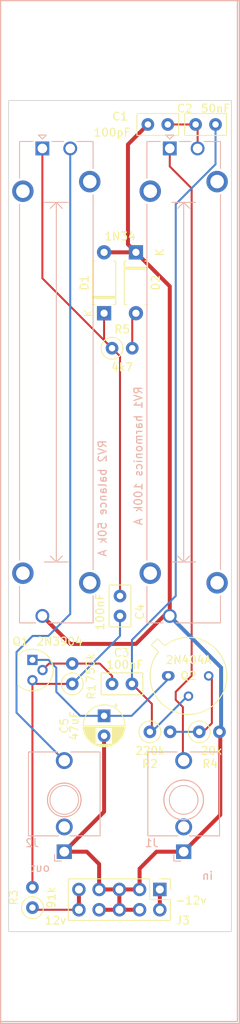
<source format=kicad_pcb>
(kicad_pcb (version 20211014) (generator pcbnew)
  (layers (0 "F.Cu" signal) (31 "B.Cu" signal) (34 "B.Paste" user) (35 "F.Paste" user) (36 "B.SilkS" user "B.Silkscreen") (37 "F.SilkS" user "F.Silkscreen") (38 "B.Mask" user) (39 "F.Mask" user) (44 "Edge.Cuts" user))
  (net 0 "")
  (net 1 "Net-(C1-Pad1)")
  (net 2 "GND")
  (net 3 "Net-(C2-Pad1)")
  (net 4 "Net-(C3-Pad1)")
  (net 5 "Net-(C4-Pad1)")
  (net 6 "Net-(C4-Pad2)")
  (net 7 "Net-(C5-Pad1)")
  (net 8 "Net-(D2-Pad2)")
  (net 9 "Net-(J1-PadT)")
  (net 10 "Net-(J2-PadT)")
  (net 11 "Net-(Q2-Pad3)")
  (net 12 "-12V")
  (net 13 "+12V")
  (footprint "Resistor_THT:R_Axial_DIN0207_L6.3mm_D2.5mm_P2.54mm_Vertical" (layer "F.Cu") (at 114.955 124)
    (fp_text reference "R4" (at 1.37 4) (layer "F.SilkS"))
    (fp_text value "20k" (at 1.54 2.37) (layer "F.SilkS"))
    (fp_line (start 1.37 0) (end 1.44 0) (layer "F.SilkS") (width 0.12))
    (fp_circle (center 0 0) (end 1.37 0) (layer "F.SilkS") (width 0.12) (fill none))
    (pad "1" thru_hole circle (at 0 0) (size 1.6 1.6) (drill 0.8) (layers *.Cu *.Mask) (net 11 "Net-(Q2-Pad3)"))
    (pad "2" thru_hole oval (at 2.54 0) (size 1.6 1.6) (drill 0.8) (layers *.Cu *.Mask) (net 2 "GND"))
  )
  (footprint "Resistor_THT:R_Axial_DIN0207_L6.3mm_D2.5mm_P2.54mm_Vertical" (layer "F.Cu") (at 108.755 124)
    (fp_text reference "R2" (at 0 4) (layer "F.SilkS"))
    (fp_text value "220k" (at 0 2.37) (layer "F.SilkS"))
    (fp_line (start 1.37 0) (end 1.44 0) (layer "F.SilkS") (width 0.12))
    (fp_circle (center 0 0) (end 1.37 0) (layer "F.SilkS") (width 0.12) (fill none))
    (pad "1" thru_hole circle (at 0 0) (size 1.6 1.6) (drill 0.8) (layers *.Cu *.Mask) (net 3 "Net-(C2-Pad1)"))
    (pad "2" thru_hole oval (at 2.54 0) (size 1.6 1.6) (drill 0.8) (layers *.Cu *.Mask) (net 11 "Net-(Q2-Pad3)"))
  )
  (footprint "Capacitor_THT:C_Disc_D5.0mm_W2.5mm_P2.50mm" (layer "F.Cu") (at 117 48 180)
    (fp_text reference "C2" (at 3.87 2) (layer "F.SilkS"))
    (fp_text value "50nF" (at 0 2) (layer "F.SilkS"))
    (fp_line (start -1.37 -1.37) (end -1.37 1.37) (layer "F.SilkS") (width 0.12))
    (fp_line (start -1.37 1.37) (end 3.87 1.37) (layer "F.SilkS") (width 0.12))
    (fp_line (start 3.87 -1.37) (end 3.87 1.37) (layer "F.SilkS") (width 0.12))
    (fp_line (start -1.37 -1.37) (end 3.87 -1.37) (layer "F.SilkS") (width 0.12))
    (pad "1" thru_hole circle (at 0 0 180) (size 1.6 1.6) (drill 0.8) (layers *.Cu *.Mask) (net 3 "Net-(C2-Pad1)"))
    (pad "2" thru_hole circle (at 2.5 0 180) (size 1.6 1.6) (drill 0.8) (layers *.Cu *.Mask) (net 1 "Net-(C1-Pad1)"))
  )
  (footprint "Resistor_THT:R_Axial_DIN0207_L6.3mm_D2.5mm_P2.54mm_Vertical" (layer "F.Cu") (at 94 146 90)
    (fp_text reference "R3" (at 1.27 -2.37 90) (layer "F.SilkS"))
    (fp_text value "91k" (at 1.27 2.37 90) (layer "F.SilkS"))
    (fp_line (start 1.37 0) (end 1.44 0) (layer "F.SilkS") (width 0.12))
    (fp_circle (center 0 0) (end 1.37 0) (layer "F.SilkS") (width 0.12) (fill none))
    (pad "1" thru_hole circle (at 0 0 90) (size 1.6 1.6) (drill 0.8) (layers *.Cu *.Mask) (net 13 "+12V"))
    (pad "2" thru_hole oval (at 2.54 0 90) (size 1.6 1.6) (drill 0.8) (layers *.Cu *.Mask) (net 6 "Net-(C4-Pad2)"))
  )
  (footprint "Diode_THT:D_A-405_P7.62mm_Horizontal" (layer "F.Cu") (at 107 64 -90)
    (fp_text reference "D2" (at 3.81 -2.47 90) (layer "F.SilkS"))
    (fp_text value "1N34" (at -2 2) (layer "F.SilkS"))
    (fp_text user "K" (at 0 -3 90) (layer "F.SilkS"))
    (fp_line (start 1.09 -1.47) (end 6.53 -1.47) (layer "F.SilkS") (width 0.12))
    (fp_line (start 1.09 1.14) (end 1.09 1.47) (layer "F.SilkS") (width 0.12))
    (fp_line (start 1.99 -1.47) (end 1.99 1.47) (layer "F.SilkS") (width 0.12))
    (fp_line (start 1.87 -1.47) (end 1.87 1.47) (layer "F.SilkS") (width 0.12))
    (fp_line (start 6.53 -1.47) (end 6.53 -1.14) (layer "F.SilkS") (width 0.12))
    (fp_line (start 6.53 1.47) (end 6.53 1.14) (layer "F.SilkS") (width 0.12))
    (fp_line (start 1.09 -1.14) (end 1.09 -1.47) (layer "F.SilkS") (width 0.12))
    (fp_line (start 1.09 1.47) (end 6.53 1.47) (layer "F.SilkS") (width 0.12))
    (fp_line (start 2.11 -1.47) (end 2.11 1.47) (layer "F.SilkS") (width 0.12))
    (pad "1" thru_hole rect (at 0 0 270) (size 1.8 1.8) (drill 0.9) (layers *.Cu *.Mask) (net 2 "GND"))
    (pad "2" thru_hole oval (at 7.62 0 270) (size 1.8 1.8) (drill 0.9) (layers *.Cu *.Mask) (net 8 "Net-(D2-Pad2)"))
  )
  (footprint "Connector_PinHeader_2.54mm:PinHeader_2x05_P2.54mm_Vertical" (layer "F.Cu") (at 110 143.725 -90)
    (fp_text reference "J3" (at 3.875 -2.9) (layer "F.SilkS"))
    (fp_text value "Eurorack Power")
    (fp_line (start 3.87 -1.33) (end 3.87 11.49) (layer "F.SilkS") (width 0.12))
    (fp_line (start -1.33 -1.33) (end 0 -1.33) (layer "F.SilkS") (width 0.12))
    (fp_line (start -1.33 0) (end -1.33 -1.33) (layer "F.SilkS") (width 0.12))
    (fp_line (start -1.33 1.27) (end -1.33 11.49) (layer "F.SilkS") (width 0.12))
    (fp_line (start -1.33 1.27) (end 1.27 1.27) (layer "F.SilkS") (width 0.12))
    (fp_line (start 1.27 1.27) (end 1.27 -1.33) (layer "F.SilkS") (width 0.12))
    (fp_line (start -1.33 11.49) (end 3.87 11.49) (layer "F.SilkS") (width 0.12))
    (fp_line (start 1.27 -1.33) (end 3.87 -1.33) (layer "F.SilkS") (width 0.12))
    (pad "1" thru_hole rect (at 0 0 270) (size 1.7 1.7) (drill 1) (layers *.Cu *.Mask) (net 12 "-12V"))
    (pad "2" thru_hole oval (at 2.54 0 270) (size 1.7 1.7) (drill 1) (layers *.Cu *.Mask) (net 12 "-12V"))
    (pad "3" thru_hole oval (at 0 2.54 270) (size 1.7 1.7) (drill 1) (layers *.Cu *.Mask) (net 2 "GND"))
    (pad "4" thru_hole oval (at 2.54 2.54 270) (size 1.7 1.7) (drill 1) (layers *.Cu *.Mask) (net 2 "GND"))
    (pad "5" thru_hole oval (at 0 5.08 270) (size 1.7 1.7) (drill 1) (layers *.Cu *.Mask) (net 2 "GND"))
    (pad "6" thru_hole oval (at 2.54 5.08 270) (size 1.7 1.7) (drill 1) (layers *.Cu *.Mask) (net 2 "GND"))
    (pad "7" thru_hole oval (at 0 7.62 270) (size 1.7 1.7) (drill 1) (layers *.Cu *.Mask) (net 2 "GND"))
    (pad "8" thru_hole oval (at 2.54 7.62 270) (size 1.7 1.7) (drill 1) (layers *.Cu *.Mask) (net 2 "GND"))
    (pad "9" thru_hole oval (at 0 10.16 270) (size 1.7 1.7) (drill 1) (layers *.Cu *.Mask) (net 13 "+12V"))
    (pad "10" thru_hole oval (at 2.54 10.16 270) (size 1.7 1.7) (drill 1) (layers *.Cu *.Mask) (net 13 "+12V"))
  )
  (footprint "Package_TO_SOT_THT:TO-5-3" (layer "F.Cu") (at 111.06 117)
    (fp_text reference "Q2" (at 2.54 0) (layer "F.SilkS"))
    (fp_text value "2N404A" (at 2.54 -2) (layer "F.SilkS"))
    (fp_line (start -2.125856 -3.888039) (end -1.234902 -2.997084) (layer "F.SilkS") (width 0.12))
    (fp_line (start -0.457084 -3.774902) (end -1.348039 -4.665856) (layer "F.SilkS") (width 0.12))
    (fp_line (start -1.348039 -4.665856) (end -2.125856 -3.888039) (layer "F.SilkS") (width 0.12))
    (fp_arc (start -0.457084 -3.774902) (mid 5.948125 3.408384) (end -1.234674 -2.997371) (layer "F.SilkS") (width 0.12))
    (pad "1" thru_hole oval (at 0 0) (size 1.6 1.2) (drill 0.7) (layers *.Cu *.Mask) (net 7 "Net-(C5-Pad1)"))
    (pad "2" thru_hole oval (at 2.54 2.54) (size 1.2 1.2) (drill 0.7) (layers *.Cu *.Mask) (net 3 "Net-(C2-Pad1)"))
    (pad "3" thru_hole oval (at 5.08 0) (size 1.2 1.2) (drill 0.7) (layers *.Cu *.Mask) (net 11 "Net-(Q2-Pad3)"))
  )
  (footprint "Diode_THT:D_A-405_P7.62mm_Horizontal" (layer "F.Cu") (at 103 71.62 90)
    (fp_text reference "D1" (at 3.81 -2.47 90) (layer "F.SilkS"))
    (fp_text value "1N34")
    (fp_text user "K" (at 0 -1.9 90) (layer "F.SilkS"))
    (fp_line (start 1.09 -1.47) (end 6.53 -1.47) (layer "F.SilkS") (width 0.12))
    (fp_line (start 1.09 1.14) (end 1.09 1.47) (layer "F.SilkS") (width 0.12))
    (fp_line (start 6.53 -1.47) (end 6.53 -1.14) (layer "F.SilkS") (width 0.12))
    (fp_line (start 6.53 1.47) (end 6.53 1.14) (layer "F.SilkS") (width 0.12))
    (fp_line (start 1.09 1.47) (end 6.53 1.47) (layer "F.SilkS") (width 0.12))
    (fp_line (start 1.87 -1.47) (end 1.87 1.47) (layer "F.SilkS") (width 0.12))
    (fp_line (start 2.11 -1.47) (end 2.11 1.47) (layer "F.SilkS") (width 0.12))
    (fp_line (start 1.09 -1.14) (end 1.09 -1.47) (layer "F.SilkS") (width 0.12))
    (fp_line (start 1.99 -1.47) (end 1.99 1.47) (layer "F.SilkS") (width 0.12))
    (pad "1" thru_hole rect (at 0 0 90) (size 1.8 1.8) (drill 0.9) (layers *.Cu *.Mask) (net 5 "Net-(C4-Pad1)"))
    (pad "2" thru_hole oval (at 7.62 0 90) (size 1.8 1.8) (drill 0.9) (layers *.Cu *.Mask) (net 2 "GND"))
  )
  (footprint "Resistor_THT:R_Axial_DIN0207_L6.3mm_D2.5mm_P2.54mm_Vertical" (layer "F.Cu") (at 99 118 90)
    (fp_text reference "R1" (at -1 2.4 90) (layer "F.SilkS"))
    (fp_text value "750k" (at 2 2.3 90) (layer "F.SilkS"))
    (fp_line (start 1.37 0) (end 1.44 0) (layer "F.SilkS") (width 0.12))
    (fp_circle (center 0 0) (end 1.37 0) (layer "F.SilkS") (width 0.12) (fill none))
    (pad "1" thru_hole circle (at 0 0 90) (size 1.6 1.6) (drill 0.8) (layers *.Cu *.Mask) (net 6 "Net-(C4-Pad2)"))
    (pad "2" thru_hole oval (at 2.54 0 90) (size 1.6 1.6) (drill 0.8) (layers *.Cu *.Mask) (net 4 "Net-(C3-Pad1)"))
  )
  (footprint "Capacitor_THT:C_Disc_D5.0mm_W2.5mm_P2.50mm" (layer "F.Cu") (at 111 48 180)
    (fp_text reference "C1" (at 6 1) (layer "F.SilkS"))
    (fp_text value "100pF" (at 7 -1) (layer "F.SilkS"))
    (fp_line (start -1.37 -1.37) (end 3.87 -1.37) (layer "F.SilkS") (width 0.12))
    (fp_line (start 3.87 -1.37) (end 3.87 1.37) (layer "F.SilkS") (width 0.12))
    (fp_line (start -1.37 1.37) (end 3.87 1.37) (layer "F.SilkS") (width 0.12))
    (fp_line (start -1.37 -1.37) (end -1.37 1.37) (layer "F.SilkS") (width 0.12))
    (pad "1" thru_hole circle (at 0 0 180) (size 1.6 1.6) (drill 0.8) (layers *.Cu *.Mask) (net 1 "Net-(C1-Pad1)"))
    (pad "2" thru_hole circle (at 2.5 0 180) (size 1.6 1.6) (drill 0.8) (layers *.Cu *.Mask) (net 2 "GND"))
  )
  (footprint "Capacitor_THT:C_Disc_D5.0mm_W2.5mm_P2.50mm" (layer "F.Cu") (at 104 118)
    (fp_text reference "C3" (at 1.2 -3.9) (layer "F.SilkS"))
    (fp_text value "100nF" (at 1.6 -2.4) (layer "F.SilkS"))
    (fp_line (start -1.37 1.37) (end 3.87 1.37) (layer "F.SilkS") (width 0.12))
    (fp_line (start 3.87 -1.37) (end 3.87 1.37) (layer "F.SilkS") (width 0.12))
    (fp_line (start -1.37 -1.37) (end -1.37 1.37) (layer "F.SilkS") (width 0.12))
    (fp_line (start -1.37 -1.37) (end 3.87 -1.37) (layer "F.SilkS") (width 0.12))
    (pad "1" thru_hole circle (at 0 0) (size 1.6 1.6) (drill 0.8) (layers *.Cu *.Mask) (net 4 "Net-(C3-Pad1)"))
    (pad "2" thru_hole circle (at 2.5 0) (size 1.6 1.6) (drill 0.8) (layers *.Cu *.Mask) (net 3 "Net-(C2-Pad1)"))
  )
  (footprint "Capacitor_THT:CP_Radial_D5.0mm_P2.50mm" (layer "F.Cu") (at 103 122 -90)
    (fp_text reference "C5" (at 1.25 5 90) (layer "F.SilkS"))
    (fp_text value "47uF" (at 1.25 3.75 90) (layer "F.SilkS"))
    (fp_line (start 1.41 -2.576) (end 1.41 2.576) (layer "F.SilkS") (width 0.12))
    (fp_line (start 2.451 -2.29) (end 2.451 -1.04) (layer "F.SilkS") (width 0.12))
    (fp_line (start 2.931 -1.971) (end 2.931 -1.04) (layer "F.SilkS") (width 0.12))
    (fp_line (start 1.85 1.04) (end 1.85 2.511) (layer "F.SilkS") (width 0.12))
    (fp_line (start 1.77 1.04) (end 1.77 2.528) (layer "F.SilkS") (width 0.12))
    (fp_line (start 1.57 1.04) (end 1.57 2.561) (layer "F.SilkS") (width 0.12))
    (fp_line (start 2.891 1.04) (end 2.891 2.004) (layer "F.SilkS") (width 0.12))
    (fp_line (start 2.571 1.04) (end 2.571 2.224) (layer "F.SilkS") (width 0.12))
    (fp_line (start 2.211 -2.398) (end 2.211 -1.04) (layer "F.SilkS") (width 0.12))
    (fp_line (start 2.491 -2.268) (end 2.491 -1.04) (layer "F.SilkS") (width 0.12))
    (fp_line (start 2.051 1.04) (end 2.051 2.455) (layer "F.SilkS") (width 0.12))
    (fp_line (start 2.371 -2.329) (end 2.371 -1.04) (layer "F.SilkS") (width 0.12))
    (fp_line (start 2.971 -1.937) (end 2.971 -1.04) (layer "F.SilkS") (width 0.12))
    (fp_line (start 1.73 1.04) (end 1.73 2.536) (layer "F.SilkS") (width 0.12))
    (fp_line (start 1.89 1.04) (end 1.89 2.501) (layer "F.SilkS") (width 0.12))
    (fp_line (start 2.291 1.04) (end 2.291 2.365) (layer "F.SilkS") (width 0.12))
    (fp_line (start 3.011 -1.901) (end 3.011 -1.04) (layer "F.SilkS") (width 0.12))
    (fp_line (start 2.811 -2.065) (end 2.811 -1.04) (layer "F.SilkS") (width 0.12))
    (fp_line (start 1.49 -2.569) (end 1.49 -1.04) (layer "F.SilkS") (width 0.12))
    (fp_line (start 2.091 1.04) (end 2.091 2.442) (layer "F.SilkS") (width 0.12))
    (fp_line (start 1.29 -2.58) (end 1.29 2.58) (layer "F.SilkS") (width 0.12))
    (fp_line (start 1.69 -2.543) (end 1.69 -1.04) (layer "F.SilkS") (width 0.12))
    (fp_line (start 2.411 -2.31) (end 2.411 -1.04) (layer "F.SilkS") (width 0.12))
    (fp_line (start 2.731 -2.122) (end 2.731 -1.04) (layer "F.SilkS") (width 0.12))
    (fp_line (start 3.291 1.04) (end 3.291 1.605) (layer "F.SilkS") (width 0.12))
    (fp_line (start 1.93 -2.491) (end 1.93 -1.04) (layer "F.SilkS") (width 0.12))
    (fp_line (start 1.65 -2.55) (end 1.65 -1.04) (layer "F.SilkS") (width 0.12))
    (fp_line (start 2.051 -2.455) (end 2.051 -1.04) (layer "F.SilkS") (width 0.12))
    (fp_line (start 1.77 -2.528) (end 1.77 -1.04) (layer "F.SilkS") (width 0.12))
    (fp_line (start 2.171 -2.414) (end 2.171 -1.04) (layer "F.SilkS") (width 0.12))
    (fp_line (start 3.371 -1.5) (end 3.371 -1.04) (layer "F.SilkS") (width 0.12))
    (fp_line (start 3.291 -1.605) (end 3.291 -1.04) (layer "F.SilkS") (width 0.12))
    (fp_line (start 3.131 -1.785) (end 3.131 -1.04) (layer "F.SilkS") (width 0.12))
    (fp_line (start 1.81 1.04) (end 1.81 2.52) (layer "F.SilkS") (width 0.12))
    (fp_line (start 3.211 -1.699) (end 3.211 -1.04) (layer "F.SilkS") (width 0.12))
    (fp_line (start 1.85 -2.511) (end 1.85 -1.04) (layer "F.SilkS") (width 0.12))
    (fp_line (start 2.291 -2.365) (end 2.291 -1.04) (layer "F.SilkS") (width 0.12))
    (fp_line (start 1.69 1.04) (end 1.69 2.543) (layer "F.SilkS") (width 0.12))
    (fp_line (start 2.531 -2.247) (end 2.531 -1.04) (layer "F.SilkS") (width 0.12))
    (fp_line (start 1.93 1.04) (end 1.93 2.491) (layer "F.SilkS") (width 0.12))
    (fp_line (start 1.971 -2.48) (end 1.971 -1.04) (layer "F.SilkS") (width 0.12))
    (fp_line (start 2.131 -2.428) (end 2.131 -1.04) (layer "F.SilkS") (width 0.12))
    (fp_line (start 2.771 -2.095) (end 2.771 -1.04) (layer "F.SilkS") (width 0.12))
    (fp_line (start 3.491 1.04) (end 3.491 1.319) (layer "F.SilkS") (width 0.12))
    (fp_line (start 3.091 1.04) (end 3.091 1.826) (layer "F.SilkS") (width 0.12))
    (fp_line (start 2.811 1.04) (end 2.811 2.065) (layer "F.SilkS") (width 0.12))
    (fp_line (start 1.33 -2.579) (end 1.33 2.579) (layer "F.SilkS") (width 0.12))
    (fp_line (start 3.251 1.04) (end 3.251 1.653) (layer "F.SilkS") (width 0.12))
    (fp_line (start 1.89 -2.501) (end 1.89 -1.04) (layer "F.SilkS") (width 0.12))
    (fp_line (start 1.49 1.04) (end 1.49 2.569) (layer "F.SilkS") (width 0.12))
    (fp_line (start 2.851 -2.035) (end 2.851 -1.04) (layer "F.SilkS") (width 0.12))
    (fp_line (start 3.611 -1.098) (end 3.611 1.098) (layer "F.SilkS") (width 0.12))
    (fp_line (start 2.731 1.04) (end 2.731 2.122) (layer "F.SilkS") (width 0.12))
    (fp_line (start 1.45 -2.573) (end 1.45 2.573) (layer "F.SilkS") (width 0.12))
    (fp_line (start -1.554775 -1.475) (end -1.054775 -1.475) (layer "F.SilkS") (width 0.12))
    (fp_line (start 3.451 -1.383) (end 3.451 -1.04) (layer "F.SilkS") (width 0.12))
    (fp_line (start 3.691 -0.915) (end 3.691 0.915) (layer "F.SilkS") (width 0.12))
    (fp_line (start 3.091 -1.826) (end 3.091 -1.04) (layer "F.SilkS") (width 0.12))
    (fp_line (start 2.571 -2.224) (end 2.571 -1.04) (layer "F.SilkS") (width 0.12))
    (fp_line (start 3.051 1.04) (end 3.051 1.864) (layer "F.SilkS") (width 0.12))
    (fp_line (start 2.331 1.04) (end 2.331 2.348) (layer "F.SilkS") (width 0.12))
    (fp_line (start 3.651 -1.011) (end 3.651 1.011) (layer "F.SilkS") (width 0.12))
    (fp_line (start 2.011 -2.468) (end 2.011 -1.04) (layer "F.SilkS") (width 0.12))
    (fp_line (start 3.771 -0.677) (end 3.771 0.677) (layer "F.SilkS") (width 0.12))
    (fp_line (start 2.491 1.04) (end 2.491 2.268) (layer "F.SilkS") (width 0.12))
    (fp_line (start 1.53 1.04) (end 1.53 2.565) (layer "F.SilkS") (width 0.12))
    (fp_line (start 1.971 1.04) (end 1.971 2.48) (layer "F.SilkS") (width 0.12))
    (fp_line (start 3.491 -1.319) (end 3.491 -1.04) (layer "F.SilkS") (width 0.12))
    (fp_line (start 3.531 -1.251) (end 3.531 -1.04) (layer "F.SilkS") (width 0.12))
    (fp_line (start 1.37 -2.578) (end 1.37 2.578) (layer "F.SilkS") (width 0.12))
    (fp_line (start 2.651 1.04) (end 2.651 2.175) (layer "F.SilkS") (width 0.12))
    (fp_line (start 1.65 1.04) (end 1.65 2.55) (layer "F.SilkS") (width 0.12))
    (fp_line (start 2.251 -2.382) (end 2.251 -1.04) (layer "F.SilkS") (width 0.12))
    (fp_line (start 3.811 -0.518) (end 3.811 0.518) (layer "F.SilkS") (width 0.12))
    (fp_line (start 1.25 -2.58) (end 1.25 2.58) (layer "F.SilkS") (width 0.12))
    (fp_line (start -1.304775 -1.725) (end -1.304775 -1.225) (layer "F.SilkS") (width 0.12))
    (fp_line (start 2.691 1.04) (end 2.691 2.149) (layer "F.SilkS") (width 0.12))
    (fp_line (start 2.211 1.04) (end 2.211 2.398) (layer "F.SilkS") (width 0.12))
    (fp_line (start 2.891 -2.004) (end 2.891 -1.04) (layer "F.SilkS") (width 0.12))
    (fp_line (start 3.011 1.04) (end 3.011 1.901) (layer "F.SilkS") (width 0.12))
    (fp_line (start 2.251 1.04) (end 2.251 2.382) (layer "F.SilkS") (width 0.12))
    (fp_line (start 1.57 -2.561) (end 1.57 -1.04) (layer "F.SilkS") (width 0.12))
    (fp_line (start 2.971 1.04) (end 2.971 1.937) (layer "F.SilkS") (width 0.12))
    (fp_line (start 2.691 -2.149) (end 2.691 -1.04) (layer "F.SilkS") (width 0.12))
    (fp_line (start 2.411 1.04) (end 2.411 2.31) (layer "F.SilkS") (width 0.12))
    (fp_line (start 2.331 -2.348) (end 2.331 -1.04) (layer "F.SilkS") (width 0.12))
    (fp_line (start 2.651 -2.175) (end 2.651 -1.04) (layer "F.SilkS") (width 0.12))
    (fp_line (start 2.851 1.04) (end 2.851 2.035) (layer "F.SilkS") (width 0.12))
    (fp_line (start 3.851 -0.284) (end 3.851 0.284) (layer "F.SilkS") (width 0.12))
    (fp_line (start 2.611 -2.2) (end 2.611 -1.04) (layer "F.SilkS") (width 0.12))
    (fp_line (start 2.091 -2.442) (end 2.091 -1.04) (layer "F.SilkS") (width 0.12))
    (fp_line (start 3.211 1.04) (end 3.211 1.699) (layer "F.SilkS") (width 0.12))
    (fp_line (start 1.53 -2.565) (end 1.53 -1.04) (layer "F.SilkS") (width 0.12))
    (fp_line (start 3.451 1.04) (end 3.451 1.383) (layer "F.SilkS") (width 0.12))
    (fp_line (start 3.331 -1.554) (end 3.331 -1.04) (layer "F.SilkS") (width 0.12))
    (fp_line (start 2.011 1.04) (end 2.011 2.468) (layer "F.SilkS") (width 0.12))
    (fp_line (start 2.771 1.04) (end 2.771 2.095) (layer "F.SilkS") (width 0.12))
    (fp_line (start 2.531 1.04) (end 2.531 2.247) (layer "F.SilkS") (width 0.12))
    (fp_line (start 1.81 -2.52) (end 1.81 -1.04) (layer "F.SilkS") (width 0.12))
    (fp_line (start 3.251 -1.653) (end 3.251 -1.04) (layer "F.SilkS") (width 0.12))
    (fp_line (start 3.051 -1.864) (end 3.051 -1.04) (layer "F.SilkS") (width 0.12))
    (fp_line (start 3.331 1.04) (end 3.331 1.554) (layer "F.SilkS") (width 0.12))
    (fp_line (start 3.411 1.04) (end 3.411 1.443) (layer "F.SilkS") (width 0.12))
    (fp_line (start 3.571 -1.178) (end 3.571 1.178) (layer "F.SilkS") (width 0.12))
    (fp_line (start 3.371 1.04) (end 3.371 1.5) (layer "F.SilkS") (width 0.12))
    (fp_line (start 3.531 1.04) (end 3.531 1.251) (layer "F.SilkS") (width 0.12))
    (fp_line (start 2.931 1.04) (end 2.931 1.971) (layer "F.SilkS") (width 0.12))
    (fp_line (start 2.131 1.04) (end 2.131 2.428) (layer "F.SilkS") (width 0.12))
    (fp_line (start 3.411 -1.443) (end 3.411 -1.04) (layer "F.SilkS") (width 0.12))
    (fp_line (start 3.171 -1.743) (end 3.171 -1.04) (layer "F.SilkS") (width 0.12))
    (fp_line (start 2.371 1.04) (end 2.371 2.329) (layer "F.SilkS") (width 0.12))
    (fp_line (start 1.61 -2.556) (end 1.61 -1.04) (layer "F.SilkS") (width 0.12))
    (fp_line (start 3.131 1.04) (end 3.131 1.785) (layer "F.SilkS") (width 0.12))
    (fp_line (start 2.451 1.04) (end 2.451 2.29) (layer "F.SilkS") (width 0.12))
    (fp_line (start 2.611 1.04) (end 2.611 2.2) (layer "F.SilkS") (width 0.12))
    (fp_line (start 2.171 1.04) (end 2.171 2.414) (layer "F.SilkS") (width 0.12))
    (fp_line (start 1.73 -2.536) (end 1.73 -1.04) (layer "F.SilkS") (width 0.12))
    (fp_line (start 1.61 1.04) (end 1.61 2.556) (layer "F.SilkS") (width 0.12))
    (fp_line (start 3.171 1.04) (end 3.171 1.743) (layer "F.SilkS") (width 0.12))
    (fp_line (start 3.731 -0.805) (end 3.731 0.805) (layer "F.SilkS") (width 0.12))
    (fp_circle (center 1.25 0) (end 3.87 0) (layer "F.SilkS") (width 0.12) (fill none))
    (pad "1" thru_hole rect (at 0 0 270) (size 1.6 1.6) (drill 0.8) (layers *.Cu *.Mask) (net 7 "Net-(C5-Pad1)"))
    (pad "2" thru_hole circle (at 2.5 0 270) (size 1.6 1.6) (drill 0.8) (layers *.Cu *.Mask) (net 2 "GND"))
  )
  (footprint "Capacitor_THT:C_Disc_D5.0mm_W2.5mm_P2.50mm" (layer "F.Cu") (at 105 107 -90)
    (fp_text reference "C4" (at 2 -2.5 90) (layer "F.SilkS"))
    (fp_text value "100nF" (at 2 2.5 90) (layer "F.SilkS"))
    (fp_line (start -1.37 -1.37) (end -1.37 1.37) (layer "F.SilkS") (width 0.12))
    (fp_line (start -1.37 1.37) (end 3.87 1.37) (layer "F.SilkS") (width 0.12))
    (fp_line (start -1.37 -1.37) (end 3.87 -1.37) (layer "F.SilkS") (width 0.12))
    (fp_line (start 3.87 -1.37) (end 3.87 1.37) (layer "F.SilkS") (width 0.12))
    (pad "1" thru_hole circle (at 0 0 270) (size 1.6 1.6) (drill 0.8) (layers *.Cu *.Mask) (net 5 "Net-(C4-Pad1)"))
    (pad "2" thru_hole circle (at 2.5 0 270) (size 1.6 1.6) (drill 0.8) (layers *.Cu *.Mask) (net 6 "Net-(C4-Pad2)"))
  )
  (footprint "Resistor_THT:R_Axial_DIN0207_L6.3mm_D2.5mm_P2.54mm_Vertical" (layer "F.Cu") (at 104 76)
    (fp_text reference "R5" (at 1.27 -2.37) (layer "F.SilkS"))
    (fp_text value "4k7" (at 1.27 2.37) (layer "F.SilkS"))
    (fp_line (start 1.37 0) (end 1.44 0) (layer "F.SilkS") (width 0.12))
    (fp_circle (center 0 0) (end 1.37 0) (layer "F.SilkS") (width 0.12) (fill none))
    (pad "1" thru_hole circle (at 0 0) (size 1.6 1.6) (drill 0.8) (layers *.Cu *.Mask) (net 5 "Net-(C4-Pad1)"))
    (pad "2" thru_hole oval (at 2.54 0) (size 1.6 1.6) (drill 0.8) (layers *.Cu *.Mask) (net 8 "Net-(D2-Pad2)"))
  )
  (footprint "Package_TO_SOT_THT:TO-92" (layer "F.Cu") (at 94 115 -90)
    (fp_text reference "Q1" (at -2.3 1.5) (layer "F.SilkS"))
    (fp_text value "2N3904" (at -2.3 -3.4) (layer "F.SilkS"))
    (fp_line (start -0.53 1.85) (end 3.07 1.85) (layer "F.SilkS") (width 0.12))
    (fp_arc (start -0.568478 1.838478) (mid -1.132087 -0.994977) (end 1.27 -2.6) (layer "F.SilkS") (width 0.12))
    (fp_arc (start 1.27 -2.6) (mid 3.672087 -0.994977) (end 3.108478 1.838478) (layer "F.SilkS") (width 0.12))
    (pad "1" thru_hole rect (at 0 0 270) (size 1.3 1.3) (drill 0.75) (layers *.Cu *.Mask) (net 7 "Net-(C5-Pad1)"))
    (pad "2" thru_hole circle (at 1.27 -1.27 270) (size 1.3 1.3) (drill 0.75) (layers *.Cu *.Mask) (net 4 "Net-(C3-Pad1)"))
    (pad "3" thru_hole circle (at 2.54 0 270) (size 1.3 1.3) (drill 0.75) (layers *.Cu *.Mask) (net 6 "Net-(C4-Pad2)"))
  )
  (footprint "Potentiometer_THT:Potentiometer_Bourns_PTA4543_Single_Slide" (layer "B.Cu") (at 111.25 51 -90)
    (fp_text reference "RV1 harmonics " (at 35.8 3.95 90) (layer "B.SilkS") (effects (justify mirror)))
    (fp_text value "100k A" (at 44.5 3.95 90) (layer "B.SilkS") (effects (justify mirror)))
    (fp_line (start -0.87 2.87) (end -0.87 1.175) (layer "B.SilkS") (width 0.12))
    (fp_line (start 7.5 -1) (end 6.75 -1.75) (layer "B.SilkS") (width 0.12))
    (fp_line (start -0.87 -4.323) (end -0.87 -6.37) (layer "B.SilkS") (width 0.12))
    (fp_line (start 6.75 -1.75) (end 7.5 -2.5) (layer "B.SilkS") (width 0.12))
    (fp_line (start -1.675 0.5) (end -1.675 -0.5) (layer "B.SilkS") (width 0.12))
    (fp_line (start 55.986 -6.37) (end 59.37 -6.37) (layer "B.SilkS") (width 0.12))
    (fp_line (start 59.37 -0.823) (end 59.37 -6.37) (layer "B.SilkS") (width 0.12))
    (fp_line (start -1.675 -0.5) (end -1.175 0) (layer "B.SilkS") (width 0.12))
    (fp_line (start -0.87 -1.175) (end -0.87 -2.678) (layer "B.SilkS") (width 0.12))
    (fp_line (start 51.75 -0.25) (end 51.75 -3.25) (layer "B.SilkS") (width 0.12))
    (fp_line (start 59.37 2.87) (end 59.37 0.823) (layer "B.SilkS") (width 0.12))
    (fp_line (start 6.75 -1.75) (end 51.75 -1.75) (layer "B.SilkS") (width 0.12))
    (fp_line (start -0.87 -6.37) (end 2.515 -6.37) (layer "B.SilkS") (width 0.12))
    (fp_line (start -0.87 2.87) (end 3.715 2.87) (layer "B.SilkS") (width 0.12))
    (fp_line (start 51.75 -1.75) (end 51 -2.5) (layer "B.SilkS") (width 0.12))
    (fp_line (start -1.175 0) (end -1.675 0.5) (layer "B.SilkS") (width 0.12))
    (fp_line (start 6.986 2.87) (end 51.515 2.87) (layer "B.SilkS") (width 0.12))
    (fp_line (start 54.786 2.87) (end 59.37 2.87) (layer "B.SilkS") (width 0.12))
    (fp_line (start 5.786 -6.37) (end 52.715 -6.37) (layer "B.SilkS") (width 0.12))
    (fp_line (start 51 -1) (end 51.75 -1.75) (layer "B.SilkS") (width 0.12))
    (fp_line (start 6.75 -0.25) (end 6.75 -3.25) (layer "B.SilkS") (width 0.12))
    (pad "1" thru_hole rect (at 0 0 270) (size 1.75 1.75) (drill 1.2) (layers *.Cu *.Mask) (net 9 "Net-(J1-PadT)"))
    (pad "2" thru_hole circle (at 0 -3.5 270) (size 1.75 1.75) (drill 1.2) (layers *.Cu *.Mask) (net 1 "Net-(C1-Pad1)"))
    (pad "3" thru_hole circle (at 58.5 0 270) (size 1.75 1.75) (drill 1.2) (layers *.Cu *.Mask) (net 2 "GND"))
    (pad "MP" thru_hole circle (at 5.35 2.45 270) (size 2.7 2.7) (drill 1.7) (layers *.Cu *.Mask))
    (pad "MP" thru_hole circle (at 54.35 -5.95 270) (size 2.7 2.7) (drill 1.7) (layers *.Cu *.Mask))
    (pad "MP" thru_hole circle (at 53.15 2.45 270) (size 2.7 2.7) (drill 1.7) (layers *.Cu *.Mask))
    (pad "MP" thru_hole circle (at 4.15 -5.95 270) (size 2.7 2.7) (drill 1.7) (layers *.Cu *.Mask))
  )
  (footprint "Potentiometer_THT:Potentiometer_Bourns_PTA4543_Single_Slide" (layer "B.Cu") (at 95.25 51 -90)
    (fp_text reference "RV2 balance" (at 41.2 -7.55 -90) (layer "B.SilkS") (effects (justify mirror)))
    (fp_text value "50k A" (at 48.9 -7.55 90) (layer "B.SilkS") (effects (justify mirror)))
    (fp_line (start -1.675 -0.5) (end -1.175 0) (layer "B.SilkS") (width 0.12))
    (fp_line (start -0.87 -1.175) (end -0.87 -2.678) (layer "B.SilkS") (width 0.12))
    (fp_line (start 51.75 -1.75) (end 51 -2.5) (layer "B.SilkS") (width 0.12))
    (fp_line (start 5.786 -6.37) (end 52.715 -6.37) (layer "B.SilkS") (width 0.12))
    (fp_line (start 59.37 -0.823) (end 59.37 -6.37) (layer "B.SilkS") (width 0.12))
    (fp_line (start 54.786 2.87) (end 59.37 2.87) (layer "B.SilkS") (width 0.12))
    (fp_line (start 6.75 -1.75) (end 7.5 -2.5) (layer "B.SilkS") (width 0.12))
    (fp_line (start -1.675 0.5) (end -1.675 -0.5) (layer "B.SilkS") (width 0.12))
    (fp_line (start -0.87 -4.323) (end -0.87 -6.37) (layer "B.SilkS") (width 0.12))
    (fp_line (start 7.5 -1) (end 6.75 -1.75) (layer "B.SilkS") (width 0.12))
    (fp_line (start -0.87 2.87) (end 3.715 2.87) (layer "B.SilkS") (width 0.12))
    (fp_line (start 51.75 -0.25) (end 51.75 -3.25) (layer "B.SilkS") (width 0.12))
    (fp_line (start 51 -1) (end 51.75 -1.75) (layer "B.SilkS") (width 0.12))
    (fp_line (start 6.75 -1.75) (end 51.75 -1.75) (layer "B.SilkS") (width 0.12))
    (fp_line (start 59.37 2.87) (end 59.37 0.823) (layer "B.SilkS") (width 0.12))
    (fp_line (start -0.87 -6.37) (end 2.515 -6.37) (layer "B.SilkS") (width 0.12))
    (fp_line (start -0.87 2.87) (end -0.87 1.175) (layer "B.SilkS") (width 0.12))
    (fp_line (start 6.986 2.87) (end 51.515 2.87) (layer "B.SilkS") (width 0.12))
    (fp_line (start 6.75 -0.25) (end 6.75 -3.25) (layer "B.SilkS") (width 0.12))
    (fp_line (start 55.986 -6.37) (end 59.37 -6.37) (layer "B.SilkS") (width 0.12))
    (fp_line (start -1.175 0) (end -1.675 0.5) (layer "B.SilkS") (width 0.12))
    (pad "1" thru_hole rect (at 0 0 270) (size 1.75 1.75) (drill 1.2) (layers *.Cu *.Mask) (net 5 "Net-(C4-Pad1)"))
    (pad "2" thru_hole circle (at 0 -3.5 270) (size 1.75 1.75) (drill 1.2) (layers *.Cu *.Mask) (net 10 "Net-(J2-PadT)"))
    (pad "3" thru_hole circle (at 58.5 0 270) (size 1.75 1.75) (drill 1.2) (layers *.Cu *.Mask) (net 2 "GND"))
    (pad "MP" thru_hole circle (at 5.35 2.45 270) (size 2.7 2.7) (drill 1.7) (layers *.Cu *.Mask))
    (pad "MP" thru_hole circle (at 53.15 2.45 270) (size 2.7 2.7) (drill 1.7) (layers *.Cu *.Mask))
    (pad "MP" thru_hole circle (at 54.35 -5.95 270) (size 2.7 2.7) (drill 1.7) (layers *.Cu *.Mask))
    (pad "MP" thru_hole circle (at 4.15 -5.95 270) (size 2.7 2.7) (drill 1.7) (layers *.Cu *.Mask))
  )
  (footprint "Connector_Audio:Jack_3.5mm_QingPu_WQP-PJ398SM_Vertical_CircularHoles" (layer "B.Cu") (at 98 139)
    (fp_text reference "J2" (at -4.03 -1.08) (layer "B.SilkS") (effects (justify mirror)))
    (fp_text value "out" (at -3 2) (layer "B.SilkS") (effects (justify mirror)))
    (fp_line (start -0.8 -12.48) (end -4.5 -12.48) (layer "B.SilkS") (width 0.12))
    (fp_line (start 4.5 -12.48) (end 0.8 -12.48) (layer "B.SilkS") (width 0.12))
    (fp_line (start 4.5 -1.98) (end 0.72 -1.98) (layer "B.SilkS") (width 0.12))
    (fp_line (start 4.5 -1.98) (end 4.5 -12.48) (layer "B.SilkS") (width 0.12))
    (fp_line (start -4.5 -1.98) (end -4.5 -12.48) (layer "B.SilkS") (width 0.12))
    (fp_line (start -0.72 -1.98) (end -4.5 -1.98) (layer "B.SilkS") (width 0.12))
    (fp_line (start -1.23 1.17) (end -0.37 1.17) (layer "B.SilkS") (width 0.12))
    (fp_line (start -1.23 1.17) (end -1.23 0.37) (layer "B.SilkS") (width 0.12))
    (fp_circle (center 0 -6.48) (end 1.8 -6.48) (layer "B.SilkS") (width 0.12) (fill none))
    (pad "S" thru_hole rect (at 0 0 180) (size 1.93 1.83) (drill 1.22) (layers *.Cu *.Mask) (net 2 "GND"))
    (pad "T" thru_hole circle (at 0 -11.4 180) (size 2.13 2.13) (drill 1.43) (layers *.Cu *.Mask) (net 10 "Net-(J2-PadT)"))
    (pad "TN" thru_hole circle (at 0 -3.1 180) (size 2.13 2.13) (drill 1.42) (layers *.Cu *.Mask))
  )
  (footprint "Connector_Audio:Jack_3.5mm_QingPu_WQP-PJ398SM_Vertical_CircularHoles" (layer "B.Cu") (at 113 139)
    (fp_text reference "J1" (at -4.03 -1.08) (layer "B.SilkS") (effects (justify mirror)))
    (fp_text value "in" (at 3 3) (layer "B.SilkS") (effects (justify mirror)))
    (fp_line (start -1.23 1.17) (end -1.23 0.37) (layer "B.SilkS") (width 0.12))
    (fp_line (start 4.5 -12.48) (end 0.8 -12.48) (layer "B.SilkS") (width 0.12))
    (fp_line (start 4.5 -1.98) (end 4.5 -12.48) (layer "B.SilkS") (width 0.12))
    (fp_line (start -1.23 1.17) (end -0.37 1.17) (layer "B.SilkS") (width 0.12))
    (fp_line (start -0.72 -1.98) (end -4.5 -1.98) (layer "B.SilkS") (width 0.12))
    (fp_line (start -4.5 -1.98) (end -4.5 -12.48) (layer "B.SilkS") (width 0.12))
    (fp_line (start 4.5 -1.98) (end 0.72 -1.98) (layer "B.SilkS") (width 0.12))
    (fp_line (start -0.8 -12.48) (end -4.5 -12.48) (layer "B.SilkS") (width 0.12))
    (fp_circle (center 0 -6.48) (end 1.8 -6.48) (layer "B.SilkS") (width 0.12) (fill none))
    (pad "S" thru_hole rect (at 0 0 180) (size 1.93 1.83) (drill 1.22) (layers *.Cu *.Mask) (net 2 "GND"))
    (pad "T" thru_hole circle (at 0 -11.4 180) (size 2.13 2.13) (drill 1.43) (layers *.Cu *.Mask) (net 9 "Net-(J1-PadT)"))
    (pad "TN" thru_hole circle (at 0 -3.1 180) (size 2.13 2.13) (drill 1.42) (layers *.Cu *.Mask))
  )
  (gr_circle (center 98 132.52) (end 99.5 134) (layer "B.SilkS") (width 0.15) (fill none))
  (gr_rect (start 90 32.5) (end 119.75 160.25) (layer "B.SilkS") (width 0.15) (fill none))
  (gr_circle (center 113 132.52) (end 115 134) (layer "B.SilkS") (width 0.15) (fill none))
  (gr_rect (start 120 160.5) (end 90 32.5) (layer "B.SilkS") (width 0.15) (fill none))
  (gr_rect (start 119 45) (end 91 149) (layer "Edge.Cuts") (width 0.1) (fill none))
  (gr_text "-12v\n" (at 113.9 145.1) (layer "F.SilkS") (effects (font (size 1 1))))
  (gr_text "12v" (at 96.9 147.6) (layer "F.SilkS") (effects (font (size 1 1))))
  (segment (start 111 48) (end 114.5 48) (width 0.25) (layer "F.Cu") (net 1))
  (segment (start 114.75 51) (end 114.75 48.25) (width 0.25) (layer "F.Cu") (net 1))
  (segment (start 114.75 48.25) (end 114.5 48) (width 0.25) (layer "F.Cu") (net 1))
  (segment (start 104.92 146.265) (end 104.92 143.725) (width 0.5) (layer "F.Cu") (net 2))
  (segment (start 111.25 109.5) (end 111.25 68.25) (width 0.5) (layer "F.Cu") (net 2))
  (segment (start 103 134) (end 98 139) (width 0.5) (layer "F.Cu") (net 2))
  (segment (start 98.75 113) (end 107 113) (width 0.5) (layer "F.Cu") (net 2))
  (segment (start 113 139) (end 109.5925 139) (width 0.5) (layer "F.Cu") (net 2))
  (segment (start 106 50.5) (end 106 63) (width 0.5) (layer "F.Cu") (net 2))
  (segment (start 117.6 134.4) (end 117.6 124.4) (width 0.5) (layer "F.Cu") (net 2))
  (segment (start 107.46 141.1325) (end 107.46 143.725) (width 0.5) (layer "F.Cu") (net 2))
  (segment (start 107 113) (end 110.5 109.5) (width 0.5) (layer "F.Cu") (net 2))
  (segment (start 109.5925 139) (end 107.46 141.1325) (width 0.5) (layer "F.Cu") (net 2))
  (segment (start 103 64) (end 107 64) (width 0.5) (layer "F.Cu") (net 2))
  (segment (start 98 139) (end 100.8275 139) (width 0.5) (layer "F.Cu") (net 2))
  (segment (start 106 63) (end 107 64) (width 0.5) (layer "F.Cu") (net 2))
  (segment (start 102.38 140.5525) (end 102.38 143.725) (width 0.5) (layer "F.Cu") (net 2))
  (segment (start 95.25 109.5) (end 98.75 113) (width 0.5) (layer "F.Cu") (net 2))
  (segment (start 103 124.5) (end 103 134) (width 0.5) (layer "F.Cu") (net 2))
  (segment (start 102.38 146.265) (end 107.46 146.265) (width 0.5) (layer "F.Cu") (net 2))
  (segment (start 100.8275 139) (end 102.38 140.5525) (width 0.5) (layer "F.Cu") (net 2))
  (segment (start 111.25 68.25) (end 107 64) (width 0.5) (layer "F.Cu") (net 2))
  (segment (start 107.46 143.725) (end 102.38 143.725) (width 0.5) (layer "F.Cu") (net 2))
  (segment (start 113 139) (end 117.6 134.4) (width 0.5) (layer "F.Cu") (net 2))
  (segment (start 110.5 109.5) (end 111.25 109.5) (width 0.5) (layer "F.Cu") (net 2))
  (segment (start 108.5 48) (end 106 50.5) (width 0.5) (layer "F.Cu") (net 2))
  (segment (start 117.7 115.95) (end 111.25 109.5) (width 0.5) (layer "B.Cu") (net 2))
  (segment (start 117.7 123.7) (end 117.7 115.95) (width 0.5) (layer "B.Cu") (net 2))
  (segment (start 109 120.5) (end 106.5 118) (width 0.25) (layer "F.Cu") (net 3))
  (segment (start 109 124) (end 109 120.5) (width 0.25) (layer "F.Cu") (net 3))
  (segment (start 112 57.981883) (end 112 107) (width 0.25) (layer "B.Cu") (net 3))
  (segment (start 106.5 112.5) (end 106.5 118) (width 0.25) (layer "B.Cu") (net 3))
  (segment (start 117 48) (end 117 52.981883) (width 0.25) (layer "B.Cu") (net 3))
  (segment (start 112 107) (end 106.5 112.5) (width 0.25) (layer "B.Cu") (net 3))
  (segment (start 117 52.981883) (end 112 57.981883) (width 0.25) (layer "B.Cu") (net 3))
  (segment (start 109 124) (end 113.46 119.54) (width 0.25) (layer "B.Cu") (net 3))
  (segment (start 104 118) (end 104 117) (width 0.25) (layer "F.Cu") (net 4))
  (segment (start 99 115.46) (end 96.08 115.46) (width 0.25) (layer "F.Cu") (net 4))
  (segment (start 102.46 115.46) (end 99 115.46) (width 0.25) (layer "F.Cu") (net 4))
  (segment (start 104 117) (end 102.46 115.46) (width 0.25) (layer "F.Cu") (net 4))
  (segment (start 96.08 115.46) (end 95.27 116.27) (width 0.25) (layer "F.Cu") (net 4))
  (segment (start 104 76) (end 95.25 67.25) (width 0.25) (layer "F.Cu") (net 5))
  (segment (start 105 77) (end 104 76) (width 0.25) (layer "F.Cu") (net 5))
  (segment (start 95.25 67.25) (end 95.25 51) (width 0.25) (layer "F.Cu") (net 5))
  (segment (start 103 71.62) (end 103 75) (width 0.25) (layer "F.Cu") (net 5))
  (segment (start 105 107) (end 105 77) (width 0.25) (layer "F.Cu") (net 5))
  (segment (start 103 75) (end 104 76) (width 0.25) (layer "F.Cu") (net 5))
  (segment (start 94.46 118) (end 94 117.54) (width 0.25) (layer "F.Cu") (net 6))
  (segment (start 99 118) (end 94.46 118) (width 0.25) (layer "F.Cu") (net 6))
  (segment (start 94 117.54) (end 94 143.46) (width 0.25) (layer "F.Cu") (net 6))
  (segment (start 105 112) (end 105 109.5) (width 0.25) (layer "B.Cu") (net 6))
  (segment (start 99 118) (end 105 112) (width 0.25) (layer "B.Cu") (net 6))
  (segment (start 97 119) (end 97 116) (width 0.25) (layer "B.Cu") (net 7))
  (segment (start 100 122) (end 97 119) (width 0.25) (layer "B.Cu") (net 7))
  (segment (start 97 116) (end 96 115) (width 0.25) (layer "B.Cu") (net 7))
  (segment (start 103 122) (end 100 122) (width 0.25) (layer "B.Cu") (net 7))
  (segment (start 106.46 122) (end 111.46 117) (width 0.25) (layer "B.Cu") (net 7))
  (segment (start 96 115) (end 94 115) (width 0.25) (layer "B.Cu") (net 7))
  (segment (start 103 122) (end 106.46 122) (width 0.25) (layer "B.Cu") (net 7))
  (segment (start 106.54 76) (end 106.54 72.08) (width 0.25) (layer "F.Cu") (net 8))
  (segment (start 106.54 72.08) (end 107 71.62) (width 0.25) (layer "F.Cu") (net 8))
  (segment (start 112.9 127.5) (end 112.9 120.9) (width 0.25) (layer "F.Cu") (net 9))
  (segment (start 111.25 53.25) (end 111.25 51) (width 0.25) (layer "F.Cu") (net 9))
  (segment (start 112 119) (end 114 117) (width 0.25) (layer "F.Cu") (net 9))
  (segment (start 112 120) (end 112 119) (width 0.25) (layer "F.Cu") (net 9))
  (segment (start 114 117) (end 114 56) (width 0.25) (layer "F.Cu") (net 9))
  (segment (start 113 127.6) (end 112.9 127.5) (width 0.25) (layer "F.Cu") (net 9))
  (segment (start 114 56) (end 111.25 53.25) (width 0.25) (layer "F.Cu") (net 9))
  (segment (start 112.9 120.9) (end 112 120) (width 0.25) (layer "F.Cu") (net 9))
  (segment (start 92 121.6) (end 98 127.6) (width 0.25) (layer "B.Cu") (net 10))
  (segment (start 94.025489 112) (end 92 114.025489) (width 0.25) (layer "B.Cu") (net 10))
  (segment (start 98.75 51) (end 98.75 109.25) (width 0.25) (layer "B.Cu") (net 10))
  (segment (start 92 114.025489) (end 92 121.6) (width 0.25) (layer "B.Cu") (net 10))
  (segment (start 98.75 109.25) (end 96 112) (width 0.25) (layer "B.Cu") (net 10))
  (segment (start 96 112) (end 94 112) (width 0.25) (layer "B.Cu") (net 10))
  (segment (start 116.54 117) (end 116.54 122.92) (width 0.25) (layer "F.Cu") (net 11))
  (segment (start 116.54 122.92) (end 115.46 124) (width 0.25) (layer "F.Cu") (net 11))
  (segment (start 115.46 124) (end 111.54 124) (width 0.25) (layer "B.Cu") (net 11))
  (segment (start 110 146.265) (end 110 143.725) (width 0.5) (layer "F.Cu") (net 12))
  (segment (start 94.265 146.265) (end 94 146) (width 0.25) (layer "F.Cu") (net 13))
  (segment (start 99.84 143.725) (end 99.84 146.265) (width 0.5) (layer "F.Cu") (net 13))
  (segment (start 99.84 146.265) (end 94.265 146.265) (width 0.25) (layer "F.Cu") (net 13))
)
</source>
